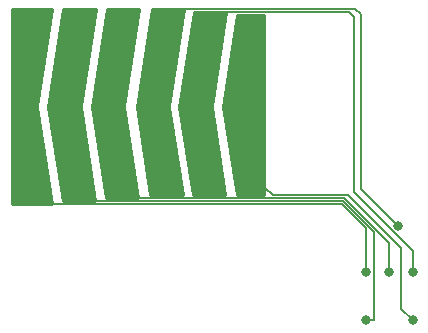
<source format=gbr>
G04 #@! TF.GenerationSoftware,KiCad,Pcbnew,(5.1.5)-3*
G04 #@! TF.CreationDate,2020-02-16T17:15:14+02:00*
G04 #@! TF.ProjectId,flex_SpeedControl,666c6578-5f53-4706-9565-64436f6e7472,rev?*
G04 #@! TF.SameCoordinates,Original*
G04 #@! TF.FileFunction,Copper,L1,Top*
G04 #@! TF.FilePolarity,Positive*
%FSLAX46Y46*%
G04 Gerber Fmt 4.6, Leading zero omitted, Abs format (unit mm)*
G04 Created by KiCad (PCBNEW (5.1.5)-3) date 2020-02-16 17:15:14*
%MOMM*%
%LPD*%
G04 APERTURE LIST*
%ADD10C,1.000000*%
%ADD11C,0.800000*%
%ADD12C,0.150000*%
%ADD13C,0.254000*%
G04 APERTURE END LIST*
D10*
X92500000Y-119400000D03*
X96200000Y-119400000D03*
X99900000Y-119400000D03*
X103700000Y-119400000D03*
X107300000Y-119400000D03*
X110700000Y-119400000D03*
D11*
X119900000Y-126500000D03*
X119900000Y-130600000D03*
X121900000Y-126500000D03*
X122600000Y-122600000D03*
X123900000Y-126500000D03*
X123900000Y-130600000D03*
D12*
X119900000Y-125934315D02*
X119900000Y-126500000D01*
X92500000Y-119400000D02*
X92500000Y-120107106D01*
X92500000Y-120107106D02*
X93167884Y-120774990D01*
X117893202Y-120774990D02*
X119900000Y-122781788D01*
X93167884Y-120774990D02*
X117893202Y-120774990D01*
X119900000Y-122781788D02*
X119900000Y-125934315D01*
X120550000Y-130600000D02*
X119900000Y-130600000D01*
X120600000Y-130550000D02*
X120550000Y-130600000D01*
X96200000Y-119400000D02*
X96200000Y-120107106D01*
X96200000Y-120107106D02*
X96617874Y-120524980D01*
X96617874Y-120524980D02*
X117996759Y-120524980D01*
X117996759Y-120524980D02*
X120600000Y-123128221D01*
X120600000Y-123128221D02*
X120600000Y-130550000D01*
X121900000Y-125934315D02*
X121900000Y-126500000D01*
X99900000Y-119400000D02*
X99900000Y-120107106D01*
X99900000Y-120107106D02*
X100067864Y-120274970D01*
X100067864Y-120274970D02*
X118100316Y-120274970D01*
X118100316Y-120274970D02*
X121900000Y-124074654D01*
X121900000Y-124074654D02*
X121900000Y-125934315D01*
X103700000Y-118692894D02*
X103700000Y-119400000D01*
X102400000Y-104800000D02*
X102400000Y-117392894D01*
X102400000Y-117392894D02*
X103700000Y-118692894D01*
X102974990Y-104225010D02*
X102400000Y-104800000D01*
X114825010Y-104225010D02*
X102974990Y-104225010D01*
X114825010Y-104225010D02*
X119000000Y-104225010D01*
X119500000Y-104700000D02*
X119025010Y-104225010D01*
X119025010Y-104225010D02*
X118500000Y-104225010D01*
X122600000Y-122600000D02*
X119500000Y-119500000D01*
X119500000Y-119500000D02*
X119500000Y-104700000D01*
X123900000Y-124800000D02*
X123900000Y-126500000D01*
X123900000Y-124751002D02*
X123900000Y-125934315D01*
X118875020Y-119726022D02*
X123900000Y-124751002D01*
X118875020Y-104875020D02*
X118875020Y-119726022D01*
X118475020Y-104475020D02*
X118875020Y-104875020D01*
X107300000Y-118692894D02*
X106000000Y-117392894D01*
X107300000Y-119400000D02*
X107300000Y-118692894D01*
X106000000Y-105000000D02*
X106524980Y-104475020D01*
X106000000Y-117392894D02*
X106000000Y-105000000D01*
X123900000Y-125934315D02*
X123900000Y-126500000D01*
X106524980Y-104475020D02*
X118475020Y-104475020D01*
X111407106Y-119400000D02*
X112032066Y-120024960D01*
X110700000Y-119400000D02*
X111407106Y-119400000D01*
X122900000Y-129600000D02*
X123900000Y-130600000D01*
X112032066Y-120024960D02*
X118424960Y-120024960D01*
X122900000Y-124500000D02*
X122900000Y-129600000D01*
X118424960Y-120024960D02*
X122900000Y-124500000D01*
D13*
G36*
X106874460Y-112480800D02*
G01*
X106873126Y-112505660D01*
X106874460Y-112519200D01*
X108014448Y-119972970D01*
X105271401Y-119972970D01*
X104128476Y-112500000D01*
X105347875Y-104527010D01*
X108090922Y-104527010D01*
X106874460Y-112480800D01*
G37*
X106874460Y-112480800D02*
X106873126Y-112505660D01*
X106874460Y-112519200D01*
X108014448Y-119972970D01*
X105271401Y-119972970D01*
X104128476Y-112500000D01*
X105347875Y-104527010D01*
X108090922Y-104527010D01*
X106874460Y-112480800D01*
G36*
X92051074Y-112480800D02*
G01*
X92049740Y-112505660D01*
X92051074Y-112519200D01*
X93305773Y-120723000D01*
X89927000Y-120723000D01*
X89927000Y-104277000D01*
X93305773Y-104277000D01*
X92051074Y-112480800D01*
G37*
X92051074Y-112480800D02*
X92049740Y-112505660D01*
X92051074Y-112519200D01*
X93305773Y-120723000D01*
X89927000Y-120723000D01*
X89927000Y-104277000D01*
X93305773Y-104277000D01*
X92051074Y-112480800D01*
G36*
X103274460Y-112480800D02*
G01*
X103273126Y-112505660D01*
X103274460Y-112519200D01*
X104414448Y-119972970D01*
X101671401Y-119972970D01*
X100528476Y-112500000D01*
X101786112Y-104277000D01*
X104529159Y-104277000D01*
X103274460Y-112480800D01*
G37*
X103274460Y-112480800D02*
X103273126Y-112505660D01*
X103274460Y-112519200D01*
X104414448Y-119972970D01*
X101671401Y-119972970D01*
X100528476Y-112500000D01*
X101786112Y-104277000D01*
X104529159Y-104277000D01*
X103274460Y-112480800D01*
G36*
X111272997Y-119972970D02*
G01*
X108971398Y-119972970D01*
X107828473Y-112500000D01*
X109009635Y-104777020D01*
X111272997Y-104777020D01*
X111272997Y-119972970D01*
G37*
X111272997Y-119972970D02*
X108971398Y-119972970D01*
X107828473Y-112500000D01*
X109009635Y-104777020D01*
X111272997Y-104777020D01*
X111272997Y-119972970D01*
G36*
X99474460Y-112480800D02*
G01*
X99473126Y-112505660D01*
X99474460Y-112519200D01*
X100652685Y-120222980D01*
X97909638Y-120222980D01*
X96728476Y-112500000D01*
X97986112Y-104277000D01*
X100729159Y-104277000D01*
X99474460Y-112480800D01*
G37*
X99474460Y-112480800D02*
X99473126Y-112505660D01*
X99474460Y-112519200D01*
X100652685Y-120222980D01*
X97909638Y-120222980D01*
X96728476Y-112500000D01*
X97986112Y-104277000D01*
X100729159Y-104277000D01*
X99474460Y-112480800D01*
G36*
X95774460Y-112480800D02*
G01*
X95773126Y-112505660D01*
X95774460Y-112519200D01*
X96990922Y-120472990D01*
X94247875Y-120472990D01*
X93028476Y-112500000D01*
X94286112Y-104277000D01*
X97029159Y-104277000D01*
X95774460Y-112480800D01*
G37*
X95774460Y-112480800D02*
X95773126Y-112505660D01*
X95774460Y-112519200D01*
X96990922Y-120472990D01*
X94247875Y-120472990D01*
X93028476Y-112500000D01*
X94286112Y-104277000D01*
X97029159Y-104277000D01*
X95774460Y-112480800D01*
M02*

</source>
